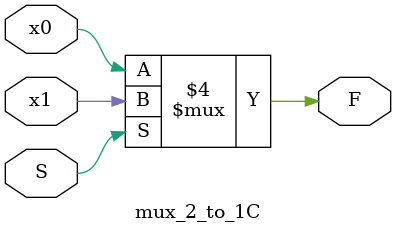
<source format=sv>

module mux_2_to_1C (input x0, x1, S, output F);
    // Se 0, entao x0, caso contrario x1
    always @(*) begin
        if (S == 0) begin
            F = x0;
        end
        else begin
            F = x1;
        end
    end 
endmodule

</source>
